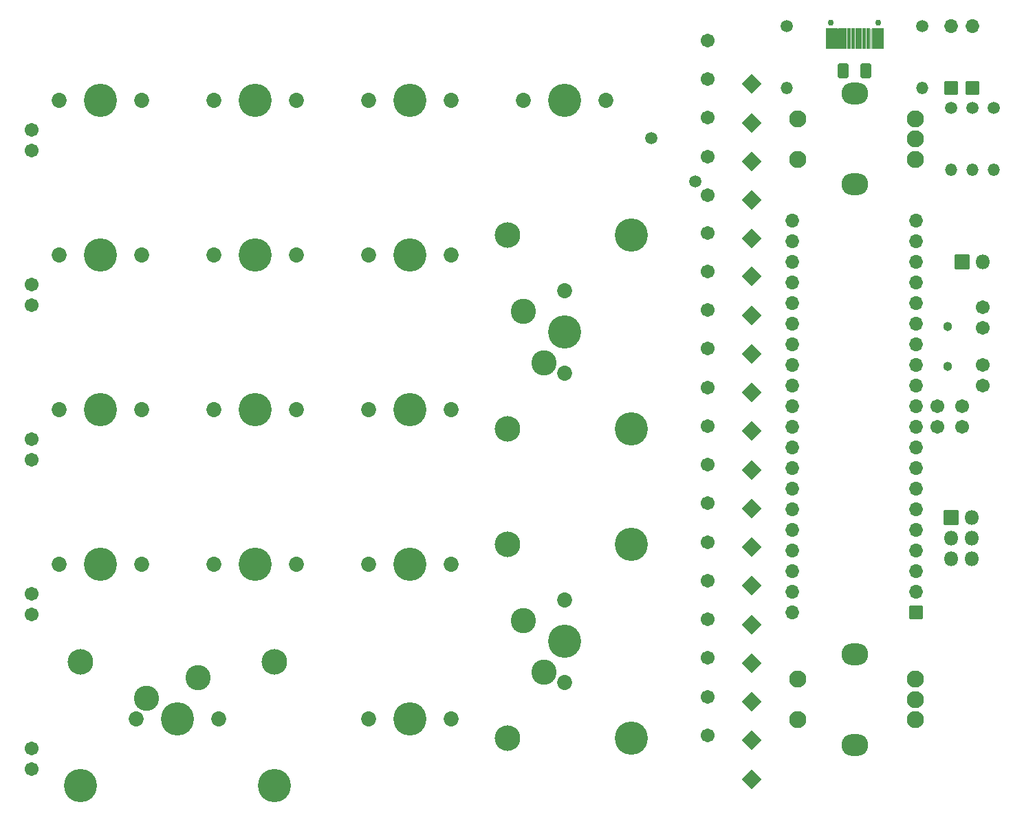
<source format=gbr>
G04 #@! TF.GenerationSoftware,KiCad,Pcbnew,(6.0.5)*
G04 #@! TF.CreationDate,2022-05-22T00:57:22-06:00*
G04 #@! TF.ProjectId,base,62617365-2e6b-4696-9361-645f70636258,rev?*
G04 #@! TF.SameCoordinates,Original*
G04 #@! TF.FileFunction,Soldermask,Top*
G04 #@! TF.FilePolarity,Negative*
%FSLAX46Y46*%
G04 Gerber Fmt 4.6, Leading zero omitted, Abs format (unit mm)*
G04 Created by KiCad (PCBNEW (6.0.5)) date 2022-05-22 00:57:22*
%MOMM*%
%LPD*%
G01*
G04 APERTURE LIST*
G04 Aperture macros list*
%AMRoundRect*
0 Rectangle with rounded corners*
0 $1 Rounding radius*
0 $2 $3 $4 $5 $6 $7 $8 $9 X,Y pos of 4 corners*
0 Add a 4 corners polygon primitive as box body*
4,1,4,$2,$3,$4,$5,$6,$7,$8,$9,$2,$3,0*
0 Add four circle primitives for the rounded corners*
1,1,$1+$1,$2,$3*
1,1,$1+$1,$4,$5*
1,1,$1+$1,$6,$7*
1,1,$1+$1,$8,$9*
0 Add four rect primitives between the rounded corners*
20,1,$1+$1,$2,$3,$4,$5,0*
20,1,$1+$1,$4,$5,$6,$7,0*
20,1,$1+$1,$6,$7,$8,$9,0*
20,1,$1+$1,$8,$9,$2,$3,0*%
%AMHorizOval*
0 Thick line with rounded ends*
0 $1 width*
0 $2 $3 position (X,Y) of the first rounded end (center of the circle)*
0 $4 $5 position (X,Y) of the second rounded end (center of the circle)*
0 Add line between two ends*
20,1,$1,$2,$3,$4,$5,0*
0 Add two circle primitives to create the rounded ends*
1,1,$1,$2,$3*
1,1,$1,$4,$5*%
G04 Aperture macros list end*
%ADD10RoundRect,0.051000X-0.850000X-0.850000X0.850000X-0.850000X0.850000X0.850000X-0.850000X0.850000X0*%
%ADD11O,1.802000X1.802000*%
%ADD12RoundRect,0.051000X1.131371X0.000000X0.000000X1.131371X-1.131371X0.000000X0.000000X-1.131371X0*%
%ADD13HorizOval,1.702000X0.000000X0.000000X0.000000X0.000000X0*%
%ADD14C,1.702000*%
%ADD15C,1.852000*%
%ADD16C,4.089800*%
%ADD17C,1.132000*%
%ADD18RoundRect,1.351000X0.300000X0.000000X0.300000X0.000000X-0.300000X0.000000X-0.300000X0.000000X0*%
%ADD19C,2.102000*%
%ADD20C,3.150000*%
%ADD21C,3.102000*%
%ADD22RoundRect,0.051000X0.800000X0.800000X-0.800000X0.800000X-0.800000X-0.800000X0.800000X-0.800000X0*%
%ADD23O,1.702000X1.702000*%
%ADD24C,1.502000*%
%ADD25O,1.502000X1.502000*%
%ADD26C,0.752000*%
%ADD27RoundRect,0.051000X0.300000X1.225000X-0.300000X1.225000X-0.300000X-1.225000X0.300000X-1.225000X0*%
%ADD28RoundRect,0.051000X0.150000X1.225000X-0.150000X1.225000X-0.150000X-1.225000X0.150000X-1.225000X0*%
%ADD29RoundRect,0.301000X0.375000X0.625000X-0.375000X0.625000X-0.375000X-0.625000X0.375000X-0.625000X0*%
%ADD30RoundRect,0.051000X0.800000X-0.800000X0.800000X0.800000X-0.800000X0.800000X-0.800000X-0.800000X0*%
%ADD31HorizOval,1.502000X0.000000X0.000000X0.000000X0.000000X0*%
%ADD32RoundRect,0.051000X0.850000X-0.850000X0.850000X0.850000X-0.850000X0.850000X-0.850000X-0.850000X0*%
G04 APERTURE END LIST*
D10*
X214324000Y-115715000D03*
D11*
X216864000Y-115715000D03*
X214324000Y-118255000D03*
X216864000Y-118255000D03*
X214324000Y-120795000D03*
X216864000Y-120795000D03*
D12*
X189706250Y-95531077D03*
D13*
X184318096Y-90142923D03*
D14*
X218139000Y-96924000D03*
X218139000Y-99424000D03*
D12*
X189706250Y-105056077D03*
D13*
X184318096Y-99667923D03*
D12*
X189706250Y-90768577D03*
D13*
X184318096Y-85380423D03*
D12*
X189706250Y-76596875D03*
D13*
X184318096Y-71208721D03*
D14*
X218139000Y-92312000D03*
X218139000Y-89812000D03*
D15*
X104457500Y-121443750D03*
D16*
X109537500Y-121443750D03*
D15*
X114617500Y-121443750D03*
D12*
X189706250Y-71834375D03*
D13*
X184318096Y-66446221D03*
D12*
X189706250Y-67071875D03*
D13*
X184318096Y-61683721D03*
D12*
X189706250Y-124106077D03*
D13*
X184318096Y-118717923D03*
D12*
X189706250Y-100293577D03*
D13*
X184318096Y-94905423D03*
D12*
X189706250Y-86006077D03*
D13*
X184318096Y-80617923D03*
D12*
X189706250Y-62309375D03*
D13*
X184318096Y-56921221D03*
D12*
X189706250Y-119343577D03*
D13*
X184318096Y-113955423D03*
D12*
X189706250Y-114581077D03*
D13*
X184318096Y-109192923D03*
D12*
X189706250Y-109818577D03*
D13*
X184318096Y-104430423D03*
D12*
X189706250Y-147929779D03*
D13*
X184318096Y-142541625D03*
D12*
X189706250Y-143156077D03*
D13*
X184318096Y-137767923D03*
D16*
X147637500Y-64293750D03*
D15*
X142557500Y-64293750D03*
X152717500Y-64293750D03*
D17*
X213821000Y-92178000D03*
X213821000Y-97058000D03*
D18*
X202406250Y-132512500D03*
X202406250Y-143712500D03*
D19*
X195406250Y-140612500D03*
X195406250Y-135612500D03*
X209906250Y-140612500D03*
X209906250Y-138112500D03*
X209906250Y-135612500D03*
D15*
X142557500Y-121443750D03*
D16*
X147637500Y-121443750D03*
D15*
X152717500Y-121443750D03*
D16*
X128587500Y-64293750D03*
D15*
X133667500Y-64293750D03*
X123507500Y-64293750D03*
D20*
X159702500Y-104806750D03*
D16*
X174942500Y-80930750D03*
X174942500Y-104806750D03*
D15*
X166687500Y-87788750D03*
D20*
X159702500Y-80930750D03*
D21*
X164147500Y-96678750D03*
X161607500Y-90328750D03*
D15*
X166687500Y-97948750D03*
D16*
X166687500Y-92868750D03*
X109537500Y-83343750D03*
D15*
X114617500Y-83343750D03*
X104457500Y-83343750D03*
X142557500Y-140493750D03*
X152717500Y-140493750D03*
D16*
X147637500Y-140493750D03*
X166687500Y-64293750D03*
D15*
X161607500Y-64293750D03*
X171767500Y-64293750D03*
X166687500Y-136048750D03*
D21*
X164147500Y-134778750D03*
X161607500Y-128428750D03*
D16*
X166687500Y-130968750D03*
X174942500Y-142906750D03*
D20*
X159702500Y-119030750D03*
D15*
X166687500Y-125888750D03*
D20*
X159702500Y-142906750D03*
D16*
X174942500Y-119030750D03*
D15*
X152717500Y-83343750D03*
D16*
X147637500Y-83343750D03*
D15*
X142557500Y-83343750D03*
D16*
X109537500Y-102393750D03*
D15*
X104457500Y-102393750D03*
X114617500Y-102393750D03*
D16*
X128587500Y-102393750D03*
D15*
X133667500Y-102393750D03*
X123507500Y-102393750D03*
D12*
X189706250Y-133631077D03*
D13*
X184318096Y-128242923D03*
D12*
X189706250Y-128868577D03*
D13*
X184318096Y-123480423D03*
D12*
X189706250Y-138393577D03*
D13*
X184318096Y-133005423D03*
D15*
X104457500Y-64293750D03*
X114617500Y-64293750D03*
D16*
X109537500Y-64293750D03*
D15*
X133667500Y-83343750D03*
X123507500Y-83343750D03*
D16*
X128587500Y-83343750D03*
D15*
X123507500Y-121443750D03*
D16*
X128587500Y-121443750D03*
D15*
X133667500Y-121443750D03*
D12*
X189706250Y-81359375D03*
D13*
X184318096Y-75971221D03*
D22*
X209946875Y-127396875D03*
D23*
X209946875Y-124856875D03*
X209946875Y-122316875D03*
X209946875Y-119776875D03*
X209946875Y-117236875D03*
X209946875Y-114696875D03*
X209946875Y-112156875D03*
X209946875Y-109616875D03*
X209946875Y-107076875D03*
X209946875Y-104536875D03*
X209946875Y-101996875D03*
X209946875Y-99456875D03*
X209946875Y-96916875D03*
X209946875Y-94376875D03*
X209946875Y-91836875D03*
X209946875Y-89296875D03*
X209946875Y-86756875D03*
X209946875Y-84216875D03*
X209946875Y-81676875D03*
X209946875Y-79136875D03*
X194706875Y-79136875D03*
X194706875Y-81676875D03*
X194706875Y-84216875D03*
X194706875Y-86756875D03*
X194706875Y-89296875D03*
X194706875Y-91836875D03*
X194706875Y-94376875D03*
X194706875Y-96916875D03*
X194706875Y-99456875D03*
X194706875Y-101996875D03*
X194706875Y-104536875D03*
X194706875Y-107076875D03*
X194706875Y-109616875D03*
X194706875Y-112156875D03*
X194706875Y-114696875D03*
X194706875Y-117236875D03*
X194706875Y-119776875D03*
X194706875Y-122316875D03*
X194706875Y-124856875D03*
X194706875Y-127396875D03*
D24*
X216900000Y-65200000D03*
D25*
X216900000Y-72820000D03*
D24*
X210725000Y-55143750D03*
D25*
X210725000Y-62763750D03*
D26*
X199510000Y-54750000D03*
X205290000Y-54750000D03*
D27*
X205625000Y-56695000D03*
X204850000Y-56695000D03*
D28*
X204150000Y-56695000D03*
X203650000Y-56695000D03*
X203150000Y-56695000D03*
X202650000Y-56695000D03*
X202150000Y-56695000D03*
X201650000Y-56695000D03*
X201150000Y-56695000D03*
X200650000Y-56695000D03*
D27*
X199950000Y-56695000D03*
X199175000Y-56695000D03*
D24*
X214312500Y-65196875D03*
D25*
X214312500Y-72816875D03*
D18*
X202406250Y-63456250D03*
X202406250Y-74656250D03*
D19*
X195406250Y-71556250D03*
X195406250Y-66556250D03*
X209906250Y-71556250D03*
X209906250Y-69056250D03*
X209906250Y-66556250D03*
D29*
X203800000Y-60700000D03*
X201000000Y-60700000D03*
D14*
X212551000Y-102004000D03*
X212551000Y-104504000D03*
X215599000Y-102004000D03*
X215599000Y-104504000D03*
D30*
X216900000Y-62800000D03*
D23*
X216900000Y-55180000D03*
D24*
X194056250Y-55143750D03*
D25*
X194056250Y-62763750D03*
D24*
X219500000Y-65200000D03*
D25*
X219500000Y-72820000D03*
D30*
X214300000Y-62800000D03*
D23*
X214300000Y-55180000D03*
D16*
X147637500Y-102393750D03*
D15*
X152717500Y-102393750D03*
X142557500Y-102393750D03*
D20*
X107124500Y-133508750D03*
D21*
X121602500Y-135413750D03*
D16*
X119062500Y-140493750D03*
D15*
X124142500Y-140493750D03*
D20*
X131000500Y-133508750D03*
D21*
X115252500Y-137953750D03*
D15*
X113982500Y-140493750D03*
D16*
X107124500Y-148748750D03*
X131000500Y-148748750D03*
D24*
X177400000Y-68950000D03*
D31*
X182788154Y-74338154D03*
D14*
X101045000Y-70468000D03*
X101045000Y-67968000D03*
X101045000Y-127618000D03*
X101045000Y-125118000D03*
X101045000Y-146668000D03*
X101045000Y-144168000D03*
D32*
X215606000Y-84172000D03*
D11*
X218146000Y-84172000D03*
D14*
X101045000Y-108568000D03*
X101045000Y-106068000D03*
X101045000Y-89518000D03*
X101045000Y-87018000D03*
G36*
X205300613Y-55425611D02*
G01*
X205301177Y-55427530D01*
X205300344Y-55428721D01*
X205290380Y-55435380D01*
X205279767Y-55451262D01*
X205276000Y-55470199D01*
X205276000Y-57919801D01*
X205279767Y-57938738D01*
X205290380Y-57954620D01*
X205299922Y-57960996D01*
X205300807Y-57962790D01*
X205299696Y-57964453D01*
X205298213Y-57964568D01*
X205239713Y-57946250D01*
X205176330Y-57964861D01*
X205174387Y-57964389D01*
X205173823Y-57962470D01*
X205174656Y-57961279D01*
X205184620Y-57954620D01*
X205195233Y-57938738D01*
X205199000Y-57919801D01*
X205199000Y-55470199D01*
X205195233Y-55451262D01*
X205184620Y-55435380D01*
X205175078Y-55429004D01*
X205174193Y-55427210D01*
X205175304Y-55425547D01*
X205176787Y-55425432D01*
X205235287Y-55443750D01*
X205298670Y-55425139D01*
X205300613Y-55425611D01*
G37*
G36*
X199625613Y-55425611D02*
G01*
X199626177Y-55427530D01*
X199625344Y-55428721D01*
X199615380Y-55435380D01*
X199604767Y-55451262D01*
X199601000Y-55470199D01*
X199601000Y-57919801D01*
X199604767Y-57938738D01*
X199615380Y-57954620D01*
X199624922Y-57960996D01*
X199625807Y-57962790D01*
X199624696Y-57964453D01*
X199623213Y-57964568D01*
X199564713Y-57946250D01*
X199501330Y-57964861D01*
X199499387Y-57964389D01*
X199498823Y-57962470D01*
X199499656Y-57961279D01*
X199509620Y-57954620D01*
X199520233Y-57938738D01*
X199524000Y-57919801D01*
X199524000Y-55470199D01*
X199520233Y-55451262D01*
X199509620Y-55435380D01*
X199500078Y-55429004D01*
X199499193Y-55427210D01*
X199500304Y-55425547D01*
X199501787Y-55425432D01*
X199560287Y-55443750D01*
X199623670Y-55425139D01*
X199625613Y-55425611D01*
G37*
G36*
X200964633Y-55433517D02*
G01*
X200965197Y-55435436D01*
X200964916Y-55436075D01*
X200954767Y-55451263D01*
X200951000Y-55470199D01*
X200951000Y-57919801D01*
X200954767Y-57938738D01*
X200964814Y-57953773D01*
X200964945Y-57955768D01*
X200963282Y-57956880D01*
X200962553Y-57956793D01*
X200902212Y-57937898D01*
X200837310Y-57956955D01*
X200835367Y-57956483D01*
X200834803Y-57954564D01*
X200835084Y-57953925D01*
X200845233Y-57938737D01*
X200849000Y-57919801D01*
X200849000Y-55470199D01*
X200845233Y-55451262D01*
X200835186Y-55436227D01*
X200835055Y-55434232D01*
X200836718Y-55433120D01*
X200837447Y-55433207D01*
X200897788Y-55452102D01*
X200962690Y-55433045D01*
X200964633Y-55433517D01*
G37*
G36*
X202964633Y-55433517D02*
G01*
X202965197Y-55435436D01*
X202964916Y-55436075D01*
X202954767Y-55451263D01*
X202951000Y-55470199D01*
X202951000Y-57919801D01*
X202954767Y-57938738D01*
X202964814Y-57953773D01*
X202964945Y-57955768D01*
X202963282Y-57956880D01*
X202962553Y-57956793D01*
X202902212Y-57937898D01*
X202837310Y-57956955D01*
X202835367Y-57956483D01*
X202834803Y-57954564D01*
X202835084Y-57953925D01*
X202845233Y-57938737D01*
X202849000Y-57919801D01*
X202849000Y-55470199D01*
X202845233Y-55451262D01*
X202835186Y-55436227D01*
X202835055Y-55434232D01*
X202836718Y-55433120D01*
X202837447Y-55433207D01*
X202897788Y-55452102D01*
X202962690Y-55433045D01*
X202964633Y-55433517D01*
G37*
G36*
X202464633Y-55433517D02*
G01*
X202465197Y-55435436D01*
X202464916Y-55436075D01*
X202454767Y-55451263D01*
X202451000Y-55470199D01*
X202451000Y-57919801D01*
X202454767Y-57938738D01*
X202464814Y-57953773D01*
X202464945Y-57955768D01*
X202463282Y-57956880D01*
X202462553Y-57956793D01*
X202402212Y-57937898D01*
X202337310Y-57956955D01*
X202335367Y-57956483D01*
X202334803Y-57954564D01*
X202335084Y-57953925D01*
X202345233Y-57938737D01*
X202349000Y-57919801D01*
X202349000Y-55470199D01*
X202345233Y-55451262D01*
X202335186Y-55436227D01*
X202335055Y-55434232D01*
X202336718Y-55433120D01*
X202337447Y-55433207D01*
X202397788Y-55452102D01*
X202462690Y-55433045D01*
X202464633Y-55433517D01*
G37*
G36*
X201964633Y-55433517D02*
G01*
X201965197Y-55435436D01*
X201964916Y-55436075D01*
X201954767Y-55451263D01*
X201951000Y-55470199D01*
X201951000Y-57919801D01*
X201954767Y-57938738D01*
X201964814Y-57953773D01*
X201964945Y-57955768D01*
X201963282Y-57956880D01*
X201962553Y-57956793D01*
X201902212Y-57937898D01*
X201837310Y-57956955D01*
X201835367Y-57956483D01*
X201834803Y-57954564D01*
X201835084Y-57953925D01*
X201845233Y-57938737D01*
X201849000Y-57919801D01*
X201849000Y-55470199D01*
X201845233Y-55451262D01*
X201835186Y-55436227D01*
X201835055Y-55434232D01*
X201836718Y-55433120D01*
X201837447Y-55433207D01*
X201897788Y-55452102D01*
X201962690Y-55433045D01*
X201964633Y-55433517D01*
G37*
G36*
X203464633Y-55433517D02*
G01*
X203465197Y-55435436D01*
X203464916Y-55436075D01*
X203454767Y-55451263D01*
X203451000Y-55470199D01*
X203451000Y-57919801D01*
X203454767Y-57938738D01*
X203464814Y-57953773D01*
X203464945Y-57955768D01*
X203463282Y-57956880D01*
X203462553Y-57956793D01*
X203402212Y-57937898D01*
X203337310Y-57956955D01*
X203335367Y-57956483D01*
X203334803Y-57954564D01*
X203335084Y-57953925D01*
X203345233Y-57938737D01*
X203349000Y-57919801D01*
X203349000Y-55470199D01*
X203345233Y-55451262D01*
X203335186Y-55436227D01*
X203335055Y-55434232D01*
X203336718Y-55433120D01*
X203337447Y-55433207D01*
X203397788Y-55452102D01*
X203462690Y-55433045D01*
X203464633Y-55433517D01*
G37*
G36*
X201464633Y-55433517D02*
G01*
X201465197Y-55435436D01*
X201464916Y-55436075D01*
X201454767Y-55451263D01*
X201451000Y-55470199D01*
X201451000Y-57919801D01*
X201454767Y-57938738D01*
X201464814Y-57953773D01*
X201464945Y-57955768D01*
X201463282Y-57956880D01*
X201462553Y-57956793D01*
X201402212Y-57937898D01*
X201337310Y-57956955D01*
X201335367Y-57956483D01*
X201334803Y-57954564D01*
X201335084Y-57953925D01*
X201345233Y-57938737D01*
X201349000Y-57919801D01*
X201349000Y-55470199D01*
X201345233Y-55451262D01*
X201335186Y-55436227D01*
X201335055Y-55434232D01*
X201336718Y-55433120D01*
X201337447Y-55433207D01*
X201397788Y-55452102D01*
X201462690Y-55433045D01*
X201464633Y-55433517D01*
G37*
G36*
X203964633Y-55433517D02*
G01*
X203965197Y-55435436D01*
X203964916Y-55436075D01*
X203954767Y-55451263D01*
X203951000Y-55470199D01*
X203951000Y-57919801D01*
X203954767Y-57938738D01*
X203964814Y-57953773D01*
X203964945Y-57955768D01*
X203963282Y-57956880D01*
X203962553Y-57956793D01*
X203902212Y-57937898D01*
X203837310Y-57956955D01*
X203835367Y-57956483D01*
X203834803Y-57954564D01*
X203835084Y-57953925D01*
X203845233Y-57938737D01*
X203849000Y-57919801D01*
X203849000Y-55470199D01*
X203845233Y-55451262D01*
X203835186Y-55436227D01*
X203835055Y-55434232D01*
X203836718Y-55433120D01*
X203837447Y-55433207D01*
X203897788Y-55452102D01*
X203962690Y-55433045D01*
X203964633Y-55433517D01*
G37*
G36*
X200290660Y-55437493D02*
G01*
X200304452Y-55446709D01*
X200305615Y-55444969D01*
X200307409Y-55444084D01*
X200308560Y-55444545D01*
X200325952Y-55459078D01*
X200394670Y-55467704D01*
X200442288Y-55444918D01*
X200444282Y-55445072D01*
X200444814Y-55445611D01*
X200445548Y-55446709D01*
X200459340Y-55437493D01*
X200461336Y-55437362D01*
X200462447Y-55439025D01*
X200462114Y-55440267D01*
X200454767Y-55451262D01*
X200451000Y-55470199D01*
X200451000Y-57919801D01*
X200454767Y-57938738D01*
X200462114Y-57949733D01*
X200462245Y-57951729D01*
X200460582Y-57952840D01*
X200459340Y-57952507D01*
X200445548Y-57943291D01*
X200444385Y-57945031D01*
X200442591Y-57945916D01*
X200441440Y-57945455D01*
X200424048Y-57930922D01*
X200355330Y-57922296D01*
X200307712Y-57945082D01*
X200305718Y-57944928D01*
X200305186Y-57944389D01*
X200304452Y-57943291D01*
X200290660Y-57952507D01*
X200288664Y-57952638D01*
X200287553Y-57950975D01*
X200287886Y-57949733D01*
X200295233Y-57938738D01*
X200299000Y-57919801D01*
X200299000Y-55470199D01*
X200295233Y-55451262D01*
X200287886Y-55440267D01*
X200287755Y-55438271D01*
X200289418Y-55437160D01*
X200290660Y-55437493D01*
G37*
G36*
X204340660Y-55437493D02*
G01*
X204354452Y-55446709D01*
X204355615Y-55444969D01*
X204357409Y-55444084D01*
X204358560Y-55444545D01*
X204375952Y-55459078D01*
X204444670Y-55467704D01*
X204492288Y-55444918D01*
X204494282Y-55445072D01*
X204494814Y-55445611D01*
X204495548Y-55446709D01*
X204509340Y-55437493D01*
X204511336Y-55437362D01*
X204512447Y-55439025D01*
X204512114Y-55440267D01*
X204504767Y-55451262D01*
X204501000Y-55470199D01*
X204501000Y-57919801D01*
X204504767Y-57938738D01*
X204512114Y-57949733D01*
X204512245Y-57951729D01*
X204510582Y-57952840D01*
X204509340Y-57952507D01*
X204495548Y-57943291D01*
X204494385Y-57945031D01*
X204492591Y-57945916D01*
X204491440Y-57945455D01*
X204474048Y-57930922D01*
X204405330Y-57922296D01*
X204357712Y-57945082D01*
X204355718Y-57944928D01*
X204355186Y-57944389D01*
X204354452Y-57943291D01*
X204340660Y-57952507D01*
X204338664Y-57952638D01*
X204337553Y-57950975D01*
X204337886Y-57949733D01*
X204345233Y-57938738D01*
X204349000Y-57919801D01*
X204349000Y-55470199D01*
X204345233Y-55451262D01*
X204337886Y-55440267D01*
X204337755Y-55438271D01*
X204339418Y-55437160D01*
X204340660Y-55437493D01*
G37*
M02*

</source>
